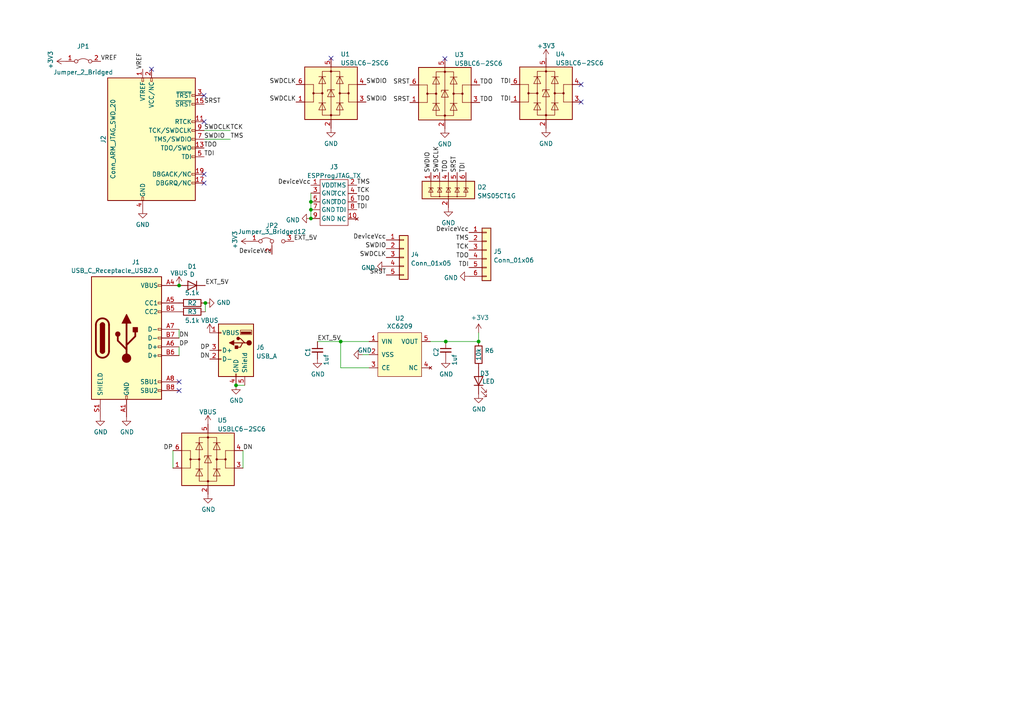
<source format=kicad_sch>
(kicad_sch (version 20211123) (generator eeschema)
  (paper "A4")
  (lib_symbols
    (symbol "Connector:Conn_ARM_JTAG_SWD_20" (pin_names (offset 1.016))
      (property "Reference" "J" (at -5.08 21.59 0))
      (property "Value" "Conn_ARM_JTAG_SWD_20" (at -5.08 19.05 0))
      (symbol "Conn_ARM_JTAG_SWD_20_0_1"
        (rectangle (start -12.7 17.78) (end 12.7 -17.78) (stroke (width 0.254)) (fill (type background)))
        (rectangle (start -2.794 -17.78) (end -2.286 -16.764))
        (rectangle (start -2.794 17.78) (end -2.286 16.764))
        (rectangle (start -0.254 17.78) (end 0.254 16.764))
        (rectangle (start 11.684 2.286) (end 12.7 2.794))
        (rectangle (start 12.7 -12.446) (end 11.684 -12.954))
        (rectangle (start 12.7 -9.906) (end 11.684 -10.414))
        (rectangle (start 12.7 -2.794) (end 11.684 -2.286))
        (rectangle (start 12.7 -0.254) (end 11.684 0.254))
        (rectangle (start 12.7 4.826) (end 11.684 5.334))
        (rectangle (start 12.7 10.414) (end 11.684 9.906))
        (rectangle (start 12.7 12.954) (end 11.684 12.446))
      )
      (symbol "Conn_ARM_JTAG_SWD_20_1_1"
        (rectangle (start 11.684 -5.334) (end 12.7 -4.826))
        (pin power_in line (at -2.54 20.32 270) (length 2.54) (name "VTREF") (number "1"))
        (pin passive line (at -2.54 -20.32 90) (length 2.54) hide (name "GND") (number "10"))
        (pin input line (at 15.24 5.08 180) (length 2.54) (name "RTCK") (number "11"))
        (pin passive line (at -2.54 -20.32 90) (length 2.54) hide (name "GND") (number "12"))
        (pin input line (at 15.24 -2.54 180) (length 2.54) (name "TDO/SWO") (number "13"))
        (pin passive line (at -2.54 -20.32 90) (length 2.54) hide (name "GND") (number "14"))
        (pin bidirectional line (at 15.24 10.16 180) (length 2.54) (name "~{SRST}") (number "15"))
        (pin passive line (at -2.54 -20.32 90) (length 2.54) hide (name "GND") (number "16"))
        (pin output line (at 15.24 -12.7 180) (length 2.54) (name "DBGRQ/NC") (number "17"))
        (pin passive line (at -2.54 -20.32 90) (length 2.54) hide (name "GND") (number "18"))
        (pin input line (at 15.24 -10.16 180) (length 2.54) (name "DBGACK/NC") (number "19"))
        (pin power_in line (at 0 20.32 270) (length 2.54) (name "VCC/NC") (number "2"))
        (pin passive line (at -2.54 -20.32 90) (length 2.54) hide (name "GND") (number "20"))
        (pin output line (at 15.24 12.7 180) (length 2.54) (name "~{TRST}") (number "3"))
        (pin power_in line (at -2.54 -20.32 90) (length 2.54) (name "GND") (number "4"))
        (pin output line (at 15.24 -5.08 180) (length 2.54) (name "TDI") (number "5"))
        (pin passive line (at -2.54 -20.32 90) (length 2.54) hide (name "GND") (number "6"))
        (pin output line (at 15.24 0 180) (length 2.54) (name "TMS/SWDIO") (number "7"))
        (pin passive line (at -2.54 -20.32 90) (length 2.54) hide (name "GND") (number "8"))
        (pin output line (at 15.24 2.54 180) (length 2.54) (name "TCK/SWDCLK") (number "9"))
      )
    )
    (symbol "Connector:USB_A" (pin_names (offset 1.016))
      (property "Reference" "J" (at -5.08 11.43 0))
      (property "Value" "USB_A" (at -5.08 8.89 0))
      (symbol "USB_A_0_1"
        (rectangle (start -5.08 -7.62) (end 5.08 7.62) (stroke (width 0.254)) (fill (type background)))
        (circle (center -3.81 2.159) (radius 0.635) (stroke (width 0.254)) (fill (type outline)))
        (rectangle (start -1.524 4.826) (end -4.318 5.334) (fill (type outline)))
        (rectangle (start -1.27 4.572) (end -4.572 5.842))
        (circle (center -0.635 3.429) (radius 0.381) (stroke (width 0.254)) (fill (type outline)))
        (rectangle (start -0.127 -7.62) (end 0.127 -6.858))
        (polyline (pts (xy -3.175 2.159) (xy -2.54 2.159) (xy -1.27 3.429) (xy -0.635 3.429)) (stroke (width 0.254)))
        (polyline (pts (xy -2.54 2.159) (xy -1.905 2.159) (xy -1.27 0.889) (xy 0 0.889)) (stroke (width 0.254)))
        (polyline (pts (xy 0.635 2.794) (xy 0.635 1.524) (xy 1.905 2.159) (xy 0.635 2.794)) (stroke (width 0.254)) (fill (type outline)))
        (rectangle (start 0.254 1.27) (end -0.508 0.508) (stroke (width 0.254)) (fill (type outline)))
        (rectangle (start 5.08 -2.667) (end 4.318 -2.413))
        (rectangle (start 5.08 -0.127) (end 4.318 0.127))
        (rectangle (start 5.08 4.953) (end 4.318 5.207))
      )
      (symbol "USB_A_1_1"
        (polyline (pts (xy -1.905 2.159) (xy 0.635 2.159)) (stroke (width 0.254)))
        (pin power_in line (at 7.62 5.08 180) (length 2.54) (name "VBUS") (number "1"))
        (pin bidirectional line (at 7.62 -2.54 180) (length 2.54) (name "D-") (number "2"))
        (pin bidirectional line (at 7.62 0 180) (length 2.54) (name "D+") (number "3"))
        (pin power_in line (at 0 -10.16 90) (length 2.54) (name "GND") (number "4"))
        (pin passive line (at -2.54 -10.16 90) (length 2.54) (name "Shield") (number "5"))
      )
    )
    (symbol "Connector:USB_C_Receptacle_USB2.0" (pin_names (offset 1.016))
      (property "Reference" "J" (at -10.16 19.05 0))
      (property "Value" "USB_C_Receptacle_USB2.0" (at 19.05 19.05 0))
      (symbol "USB_C_Receptacle_USB2.0_0_0"
        (rectangle (start -0.254 -17.78) (end 0.254 -16.764))
        (rectangle (start 10.16 -14.986) (end 9.144 -15.494))
        (rectangle (start 10.16 -12.446) (end 9.144 -12.954))
        (rectangle (start 10.16 -4.826) (end 9.144 -5.334))
        (rectangle (start 10.16 -2.286) (end 9.144 -2.794))
        (rectangle (start 10.16 0.254) (end 9.144 -0.254))
        (rectangle (start 10.16 2.794) (end 9.144 2.286))
        (rectangle (start 10.16 7.874) (end 9.144 7.366))
        (rectangle (start 10.16 10.414) (end 9.144 9.906))
        (rectangle (start 10.16 15.494) (end 9.144 14.986))
      )
      (symbol "USB_C_Receptacle_USB2.0_0_1"
        (rectangle (start -10.16 17.78) (end 10.16 -17.78) (stroke (width 0.254)) (fill (type background)))
        (arc (start -8.89 -3.81) (mid -6.985 -5.715) (end -5.08 -3.81) (stroke (width 0.508)))
        (arc (start -7.62 -3.81) (mid -6.985 -4.445) (end -6.35 -3.81) (stroke (width 0.254)))
        (arc (start -7.62 -3.81) (mid -6.985 -4.445) (end -6.35 -3.81) (stroke (width 0.254)) (fill (type outline)))
        (rectangle (start -7.62 -3.81) (end -6.35 3.81) (stroke (width 0.254)) (fill (type outline)))
        (arc (start -6.35 3.81) (mid -6.985 4.445) (end -7.62 3.81) (stroke (width 0.254)))
        (arc (start -6.35 3.81) (mid -6.985 4.445) (end -7.62 3.81) (stroke (width 0.254)) (fill (type outline)))
        (arc (start -5.08 3.81) (mid -6.985 5.715) (end -8.89 3.81) (stroke (width 0.508)))
        (circle (center -2.54 1.143) (radius 0.635) (stroke (width 0.254)) (fill (type outline)))
        (circle (center 0 -5.842) (radius 1.27) (fill (type outline)))
        (polyline (pts (xy -8.89 -3.81) (xy -8.89 3.81)) (stroke (width 0.508)))
        (polyline (pts (xy -5.08 3.81) (xy -5.08 -3.81)) (stroke (width 0.508)))
        (polyline (pts (xy 0 -5.842) (xy 0 4.318)) (stroke (width 0.508)))
        (polyline (pts (xy 0 -3.302) (xy -2.54 -0.762) (xy -2.54 0.508)) (stroke (width 0.508)))
        (polyline (pts (xy 0 -2.032) (xy 2.54 0.508) (xy 2.54 1.778)) (stroke (width 0.508)))
        (polyline (pts (xy -1.27 4.318) (xy 0 6.858) (xy 1.27 4.318) (xy -1.27 4.318)) (stroke (width 0.254)) (fill (type outline)))
        (rectangle (start 1.905 1.778) (end 3.175 3.048) (stroke (width 0.254)) (fill (type outline)))
      )
      (symbol "USB_C_Receptacle_USB2.0_1_1"
        (pin passive line (at 0 -22.86 90) (length 5.08) (name "GND") (number "A1"))
        (pin passive line (at 0 -22.86 90) (length 5.08) hide (name "GND") (number "A12"))
        (pin passive line (at 15.24 15.24 180) (length 5.08) (name "VBUS") (number "A4"))
        (pin bidirectional line (at 15.24 10.16 180) (length 5.08) (name "CC1") (number "A5"))
        (pin bidirectional line (at 15.24 -2.54 180) (length 5.08) (name "D+") (number "A6"))
        (pin bidirectional line (at 15.24 2.54 180) (length 5.08) (name "D-") (number "A7"))
        (pin bidirectional line (at 15.24 -12.7 180) (length 5.08) (name "SBU1") (number "A8"))
        (pin passive line (at 15.24 15.24 180) (length 5.08) hide (name "VBUS") (number "A9"))
        (pin passive line (at 0 -22.86 90) (length 5.08) hide (name "GND") (number "B1"))
        (pin passive line (at 0 -22.86 90) (length 5.08) hide (name "GND") (number "B12"))
        (pin passive line (at 15.24 15.24 180) (length 5.08) hide (name "VBUS") (number "B4"))
        (pin bidirectional line (at 15.24 7.62 180) (length 5.08) (name "CC2") (number "B5"))
        (pin bidirectional line (at 15.24 -5.08 180) (length 5.08) (name "D+") (number "B6"))
        (pin bidirectional line (at 15.24 0 180) (length 5.08) (name "D-") (number "B7"))
        (pin bidirectional line (at 15.24 -15.24 180) (length 5.08) (name "SBU2") (number "B8"))
        (pin passive line (at 15.24 15.24 180) (length 5.08) hide (name "VBUS") (number "B9"))
        (pin passive line (at -7.62 -22.86 90) (length 5.08) (name "SHIELD") (number "S1"))
      )
    )
    (symbol "Connector_Generic:Conn_01x05" (pin_names (offset 1.016) hide)
      (property "Reference" "J" (at 0 7.62 0))
      (property "Value" "Conn_01x05" (at 0 -7.62 0))
      (symbol "Conn_01x05_1_1"
        (rectangle (start -1.27 -4.953) (end 0 -5.207) (stroke (width 0.1524)))
        (rectangle (start -1.27 -2.413) (end 0 -2.667) (stroke (width 0.1524)))
        (rectangle (start -1.27 0.127) (end 0 -0.127) (stroke (width 0.1524)))
        (rectangle (start -1.27 2.667) (end 0 2.413) (stroke (width 0.1524)))
        (rectangle (start -1.27 5.207) (end 0 4.953) (stroke (width 0.1524)))
        (rectangle (start -1.27 6.35) (end 1.27 -6.35) (stroke (width 0.254)) (fill (type background)))
        (pin passive line (at -5.08 5.08 0) (length 3.81) (name "Pin_1") (number "1"))
        (pin passive line (at -5.08 2.54 0) (length 3.81) (name "Pin_2") (number "2"))
        (pin passive line (at -5.08 0 0) (length 3.81) (name "Pin_3") (number "3"))
        (pin passive line (at -5.08 -2.54 0) (length 3.81) (name "Pin_4") (number "4"))
        (pin passive line (at -5.08 -5.08 0) (length 3.81) (name "Pin_5") (number "5"))
      )
    )
    (symbol "Connector_Generic:Conn_01x06" (pin_names (offset 1.016) hide)
      (property "Reference" "J" (at 0 7.62 0))
      (property "Value" "Conn_01x06" (at 0 -10.16 0))
      (symbol "Conn_01x06_1_1"
        (rectangle (start -1.27 -7.493) (end 0 -7.747) (stroke (width 0.1524)))
        (rectangle (start -1.27 -4.953) (end 0 -5.207) (stroke (width 0.1524)))
        (rectangle (start -1.27 -2.413) (end 0 -2.667) (stroke (width 0.1524)))
        (rectangle (start -1.27 0.127) (end 0 -0.127) (stroke (width 0.1524)))
        (rectangle (start -1.27 2.667) (end 0 2.413) (stroke (width 0.1524)))
        (rectangle (start -1.27 5.207) (end 0 4.953) (stroke (width 0.1524)))
        (rectangle (start -1.27 6.35) (end 1.27 -8.89) (stroke (width 0.254)) (fill (type background)))
        (pin passive line (at -5.08 5.08 0) (length 3.81) (name "Pin_1") (number "1"))
        (pin passive line (at -5.08 2.54 0) (length 3.81) (name "Pin_2") (number "2"))
        (pin passive line (at -5.08 0 0) (length 3.81) (name "Pin_3") (number "3"))
        (pin passive line (at -5.08 -2.54 0) (length 3.81) (name "Pin_4") (number "4"))
        (pin passive line (at -5.08 -5.08 0) (length 3.81) (name "Pin_5") (number "5"))
        (pin passive line (at -5.08 -7.62 0) (length 3.81) (name "Pin_6") (number "6"))
      )
    )
    (symbol "Device:C_Small" (pin_numbers hide) (pin_names (offset 0.254) hide)
      (property "Reference" "C" (at 0.254 1.778 0))
      (property "Value" "C_Small" (at 0.254 -2.032 0))
      (symbol "C_Small_0_1"
        (polyline (pts (xy -1.524 -0.508) (xy 1.524 -0.508)) (stroke (width 0.3302)))
        (polyline (pts (xy -1.524 0.508) (xy 1.524 0.508)) (stroke (width 0.3048)))
      )
      (symbol "C_Small_1_1"
        (pin passive line (at 0 2.54 270) (length 2.032) (name "~") (number "1"))
        (pin passive line (at 0 -2.54 90) (length 2.032) (name "~") (number "2"))
      )
    )
    (symbol "Device:D" (pin_numbers hide) (pin_names (offset 1.016) hide)
      (property "Reference" "D" (at 0 2.54 0))
      (property "Value" "D" (at 0 -2.54 0))
      (symbol "D_0_1"
        (polyline (pts (xy -1.27 1.27) (xy -1.27 -1.27)) (stroke (width 0.254)))
        (polyline (pts (xy 1.27 0) (xy -1.27 0)))
        (polyline (pts (xy 1.27 1.27) (xy 1.27 -1.27) (xy -1.27 0) (xy 1.27 1.27)) (stroke (width 0.254)))
      )
      (symbol "D_1_1"
        (pin passive line (at -3.81 0 0) (length 2.54) (name "K") (number "1"))
        (pin passive line (at 3.81 0 180) (length 2.54) (name "A") (number "2"))
      )
    )
    (symbol "Device:LED" (pin_numbers hide) (pin_names (offset 1.016) hide)
      (property "Reference" "D" (at 0 2.54 0))
      (property "Value" "LED" (at 0 -2.54 0))
      (symbol "LED_0_1"
        (polyline (pts (xy -1.27 -1.27) (xy -1.27 1.27)) (stroke (width 0.254)))
        (polyline (pts (xy -1.27 0) (xy 1.27 0)))
        (polyline (pts (xy 1.27 -1.27) (xy 1.27 1.27) (xy -1.27 0) (xy 1.27 -1.27)) (stroke (width 0.254)))
        (polyline (pts (xy -3.048 -0.762) (xy -4.572 -2.286) (xy -3.81 -2.286) (xy -4.572 -2.286) (xy -4.572 -1.524)))
        (polyline (pts (xy -1.778 -0.762) (xy -3.302 -2.286) (xy -2.54 -2.286) (xy -3.302 -2.286) (xy -3.302 -1.524)))
      )
      (symbol "LED_1_1"
        (pin passive line (at -3.81 0 0) (length 2.54) (name "K") (number "1"))
        (pin passive line (at 3.81 0 180) (length 2.54) (name "A") (number "2"))
      )
    )
    (symbol "Device:R" (pin_numbers hide) (pin_names (offset 0))
      (property "Reference" "R" (at 2.032 0 90))
      (property "Value" "R" (at 0 0 90))
      (symbol "R_0_1"
        (rectangle (start -1.016 -2.54) (end 1.016 2.54) (stroke (width 0.254)))
      )
      (symbol "R_1_1"
        (pin passive line (at 0 3.81 270) (length 1.27) (name "~") (number "1"))
        (pin passive line (at 0 -3.81 90) (length 1.27) (name "~") (number "2"))
      )
    )
    (symbol "Jumper:Jumper_2_Bridged" (pin_names (offset 0) hide)
      (property "Reference" "JP" (at 0 1.905 0))
      (property "Value" "Jumper_2_Bridged" (at 0 -2.54 0))
      (symbol "Jumper_2_Bridged_0_0"
        (circle (center -2.032 0) (radius 0.508))
        (circle (center 2.032 0) (radius 0.508))
      )
      (symbol "Jumper_2_Bridged_0_1"
        (arc (start 1.524 0.254) (mid 0 0.762) (end -1.524 0.254))
      )
      (symbol "Jumper_2_Bridged_1_1"
        (pin passive line (at -5.08 0 0) (length 2.54) (name "A") (number "1"))
        (pin passive line (at 5.08 0 180) (length 2.54) (name "B") (number "2"))
      )
    )
    (symbol "Jumper:Jumper_3_Bridged12" (pin_names (offset 0) hide)
      (property "Reference" "JP" (at -2.54 -2.54 0))
      (property "Value" "Jumper_3_Bridged12" (at 0 2.794 0))
      (symbol "Jumper_3_Bridged12_0_0"
        (circle (center -3.302 0) (radius 0.508))
        (circle (center 0 0) (radius 0.508))
        (circle (center 3.302 0) (radius 0.508))
      )
      (symbol "Jumper_3_Bridged12_0_1"
        (arc (start -0.254 0.508) (mid -1.651 0.9912) (end -3.048 0.508))
        (polyline (pts (xy 0 -1.27) (xy 0 -0.508)))
      )
      (symbol "Jumper_3_Bridged12_1_1"
        (pin passive line (at -6.35 0 0) (length 2.54) (name "A") (number "1"))
        (pin passive line (at 0 -3.81 90) (length 2.54) (name "C") (number "2"))
        (pin passive line (at 6.35 0 180) (length 2.54) (name "B") (number "3"))
      )
    )
    (symbol "KisonNew:ESPProgJTAG_TX"
      (property "Reference" "J" (at -0.127 2.032 0))
      (property "Value" "ESPProgJTAG_TX" (at 0 0 0))
      (symbol "ESPProgJTAG_TX_0_1"
        (rectangle (start -3.556 -1.524) (end 4.572 -14.859) (stroke (width 0.1524)))
      )
      (symbol "ESPProgJTAG_TX_1_1"
        (pin power_in line (at -6.223 -3.175 0) (length 2.54) (name "VDD") (number "1"))
        (pin no_connect line (at 7.112 -12.954 180) (length 2.54) (name "NC") (number "10"))
        (pin input line (at 7.112 -3.175 180) (length 2.54) (name "TMS") (number "2"))
        (pin power_in line (at -6.223 -5.461 0) (length 2.54) (name "GND") (number "3"))
        (pin input line (at 7.112 -5.588 180) (length 2.54) (name "TCK") (number "4"))
        (pin power_in line (at -6.223 -8.001 0) (length 2.54) (name "GND") (number "5"))
        (pin input line (at 7.112 -8.001 180) (length 2.54) (name "TDO") (number "6"))
        (pin power_in line (at -6.223 -10.287 0) (length 2.54) (name "GND") (number "7"))
        (pin input line (at 7.112 -10.287 180) (length 2.54) (name "TDI") (number "8"))
        (pin power_in line (at -6.223 -12.827 0) (length 2.54) (name "GND") (number "9"))
      )
    )
    (symbol "Power_Protection:ESDA6V1-5SC6" (pin_names hide)
      (property "Reference" "D" (at -5.08 -3.81 0))
      (property "Value" "ESDA6V1-5SC6" (at 2.54 -3.81 0))
      (symbol "ESDA6V1-5SC6_0_0"
        (pin passive line (at 0 -5.08 90) (length 2.54) (name "GND") (number "2"))
      )
      (symbol "ESDA6V1-5SC6_0_1"
        (rectangle (start -7.62 2.54) (end 7.62 -2.54) (stroke (width 0.254)) (fill (type background)))
        (circle (center -2.54 -1.905) (radius 0.127))
        (circle (center 0 -1.905) (radius 0.127))
        (polyline (pts (xy -2.54 2.54) (xy -2.54 -1.905)))
        (polyline (pts (xy 0 2.54) (xy 0 -2.54)))
        (polyline (pts (xy 2.54 2.54) (xy 2.54 -1.905)))
        (polyline (pts (xy -5.715 0.635) (xy -4.445 0.635) (xy -4.445 0.381)))
        (polyline (pts (xy -3.175 0.635) (xy -1.905 0.635) (xy -1.905 0.381)))
        (polyline (pts (xy -0.635 0.635) (xy 0.635 0.635) (xy 0.635 0.381)))
        (polyline (pts (xy 1.905 0.635) (xy 3.175 0.635) (xy 3.175 0.381)))
        (polyline (pts (xy 4.445 0.635) (xy 5.715 0.635) (xy 5.715 0.381)))
        (polyline (pts (xy -5.715 -0.635) (xy -4.445 -0.635) (xy -5.08 0.635) (xy -5.715 -0.635)))
        (polyline (pts (xy -5.08 2.54) (xy -5.08 -1.905) (xy 5.08 -1.905) (xy 5.08 2.54)))
        (polyline (pts (xy -3.175 -0.635) (xy -1.905 -0.635) (xy -2.54 0.635) (xy -3.175 -0.635)))
        (polyline (pts (xy -0.635 -0.635) (xy 0.635 -0.635) (xy 0 0.635) (xy -0.635 -0.635)))
        (polyline (pts (xy 1.905 -0.635) (xy 3.175 -0.635) (xy 2.54 0.635) (xy 1.905 -0.635)))
        (polyline (pts (xy 4.445 -0.635) (xy 5.715 -0.635) (xy 5.08 0.635) (xy 4.445 -0.635)))
        (circle (center 2.54 -1.905) (radius 0.127))
      )
      (symbol "ESDA6V1-5SC6_1_1"
        (pin passive line (at -5.08 5.08 270) (length 2.54) (name "IO1") (number "1"))
        (pin passive line (at -2.54 5.08 270) (length 2.54) (name "IO2") (number "3"))
        (pin passive line (at 0 5.08 270) (length 2.54) (name "IO3") (number "4"))
        (pin passive line (at 2.54 5.08 270) (length 2.54) (name "IO4") (number "5"))
        (pin passive line (at 5.08 5.08 270) (length 2.54) (name "IO5") (number "6"))
      )
    )
    (symbol "Power_Protection:USBLC6-2SC6" (pin_names hide)
      (property "Reference" "U" (at 2.54 8.89 0))
      (property "Value" "USBLC6-2SC6" (at 2.54 -8.89 0))
      (symbol "USBLC6-2SC6_0_1"
        (rectangle (start -7.62 -7.62) (end 7.62 7.62) (stroke (width 0.254)) (fill (type background)))
        (circle (center -5.08 0) (radius 0.254) (fill (type outline)))
        (circle (center -2.54 0) (radius 0.254) (fill (type outline)))
        (rectangle (start -2.54 6.35) (end 2.54 -6.35))
        (circle (center 0 -6.35) (radius 0.254) (fill (type outline)))
        (polyline (pts (xy -5.08 -2.54) (xy -7.62 -2.54)))
        (polyline (pts (xy -5.08 0) (xy -5.08 -2.54)))
        (polyline (pts (xy -5.08 2.54) (xy -7.62 2.54)))
        (polyline (pts (xy -1.524 -2.794) (xy -3.556 -2.794)))
        (polyline (pts (xy -1.524 4.826) (xy -3.556 4.826)))
        (polyline (pts (xy 0 -7.62) (xy 0 -6.35)))
        (polyline (pts (xy 0 -6.35) (xy 0 1.27)))
        (polyline (pts (xy 0 1.27) (xy 0 6.35)))
        (polyline (pts (xy 0 6.35) (xy 0 7.62)))
        (polyline (pts (xy 1.524 -2.794) (xy 3.556 -2.794)))
        (polyline (pts (xy 1.524 4.826) (xy 3.556 4.826)))
        (polyline (pts (xy 5.08 -2.54) (xy 7.62 -2.54)))
        (polyline (pts (xy 5.08 0) (xy 5.08 -2.54)))
        (polyline (pts (xy 5.08 2.54) (xy 7.62 2.54)))
        (polyline (pts (xy -2.54 0) (xy -5.08 0) (xy -5.08 2.54)))
        (polyline (pts (xy 2.54 0) (xy 5.08 0) (xy 5.08 2.54)))
        (polyline (pts (xy -3.556 -4.826) (xy -1.524 -4.826) (xy -2.54 -2.794) (xy -3.556 -4.826)))
        (polyline (pts (xy -3.556 2.794) (xy -1.524 2.794) (xy -2.54 4.826) (xy -3.556 2.794)))
        (polyline (pts (xy -1.016 -1.016) (xy 1.016 -1.016) (xy 0 1.016) (xy -1.016 -1.016)))
        (polyline (pts (xy 1.016 1.016) (xy 0.762 1.016) (xy -1.016 1.016) (xy -1.016 0.508)))
        (polyline (pts (xy 3.556 -4.826) (xy 1.524 -4.826) (xy 2.54 -2.794) (xy 3.556 -4.826)))
        (polyline (pts (xy 3.556 2.794) (xy 1.524 2.794) (xy 2.54 4.826) (xy 3.556 2.794)))
        (circle (center 0 6.35) (radius 0.254) (fill (type outline)))
        (circle (center 2.54 0) (radius 0.254) (fill (type outline)))
        (circle (center 5.08 0) (radius 0.254) (fill (type outline)))
      )
      (symbol "USBLC6-2SC6_1_1"
        (pin passive line (at -10.16 -2.54 0) (length 2.54) (name "I/O1") (number "1"))
        (pin passive line (at 0 -10.16 90) (length 2.54) (name "GND") (number "2"))
        (pin passive line (at 10.16 -2.54 180) (length 2.54) (name "I/O2") (number "3"))
        (pin passive line (at 10.16 2.54 180) (length 2.54) (name "I/O2") (number "4"))
        (pin passive line (at 0 10.16 270) (length 2.54) (name "VBUS") (number "5"))
        (pin passive line (at -10.16 2.54 0) (length 2.54) (name "I/O1") (number "6"))
      )
    )
    (symbol "open-Smartwatch:XC6209" (pin_names (offset 1.016))
      (property "Reference" "U" (at 0 7.62 0))
      (property "Value" "XC6209" (at 0 -7.62 0))
      (symbol "XC6209_0_1"
        (rectangle (start -6.35 6.35) (end 6.35 -6.35) (fill (type background)))
      )
      (symbol "XC6209_1_1"
        (pin power_in line (at -8.89 3.81 0) (length 2.54) (name "VIN") (number "1"))
        (pin power_in line (at -8.89 0 0) (length 2.54) (name "VSS") (number "2"))
        (pin input line (at -8.89 -3.81 0) (length 2.54) (name "CE") (number "3"))
        (pin no_connect line (at 8.89 -3.81 180) (length 2.54) (name "NC") (number "4"))
        (pin power_out line (at 8.89 3.81 180) (length 2.54) (name "VOUT") (number "5"))
      )
    )
    (symbol "power:+3V3" (power) (pin_names (offset 0))
      (property "Value" "+3V3" (at 0 3.556 0))
      (symbol "+3V3_0_1"
        (polyline (pts (xy -0.762 1.27) (xy 0 2.54)))
        (polyline (pts (xy 0 0) (xy 0 2.54)))
        (polyline (pts (xy 0 2.54) (xy 0.762 1.27)))
      )
      (symbol "+3V3_1_1"
        (pin power_in line (at 0 0 90) (length 0) hide (name "+3V3") (number "1"))
      )
    )
    (symbol "power:GND" (power) (pin_names (offset 0))
      (property "Value" "GND" (at 0 -3.81 0))
      (symbol "GND_0_1"
        (polyline (pts (xy 0 0) (xy 0 -1.27) (xy 1.27 -1.27) (xy 0 -2.54) (xy -1.27 -1.27) (xy 0 -1.27)))
      )
      (symbol "GND_1_1"
        (pin power_in line (at 0 0 270) (length 0) hide (name "GND") (number "1"))
      )
    )
    (symbol "power:VBUS" (power) (pin_names (offset 0))
      (property "Value" "VBUS" (at 0 3.81 0))
      (symbol "VBUS_0_1"
        (polyline (pts (xy -0.762 1.27) (xy 0 2.54)))
        (polyline (pts (xy 0 0) (xy 0 2.54)))
        (polyline (pts (xy 0 2.54) (xy 0.762 1.27)))
      )
      (symbol "VBUS_1_1"
        (pin power_in line (at 0 0 90) (length 0) hide (name "VBUS") (number "1"))
      )
    )
  )
  (junction (at 129.286 99.06))
  (junction (at 51.943 82.804))
  (junction (at 138.811 99.06))
  (junction (at 59.563 87.884))
  (junction (at 98.806 99.06))
  (junction (at 68.453 111.76))
  (junction (at 90.17 60.833))
  (junction (at 90.17 63.373))
  (junction (at 90.17 58.547))
  (no_connect (at 51.943 110.744))
  (no_connect (at 51.943 113.284))
  (no_connect (at 59.182 27.686))
  (no_connect (at 43.942 20.066))
  (no_connect (at 96.012 16.891))
  (no_connect (at 168.529 24.511))
  (no_connect (at 168.529 29.591))
  (no_connect (at 129.032 17.018))
  (no_connect (at 59.182 50.546))
  (no_connect (at 59.182 53.086))
  (no_connect (at 59.182 35.306))
  (wire (pts (xy 138.811 96.52) (xy 138.811 99.06)))
  (wire (pts (xy 50.165 130.683) (xy 50.165 135.763)))
  (wire (pts (xy 51.943 95.504) (xy 51.943 98.044)))
  (wire (pts (xy 90.17 56.007) (xy 90.17 58.547)))
  (wire (pts (xy 105.156 102.87) (xy 107.061 102.87)))
  (wire (pts (xy 90.17 58.547) (xy 90.17 60.833)))
  (wire (pts (xy 98.806 99.06) (xy 98.806 106.68)))
  (wire (pts (xy 129.286 99.06) (xy 138.811 99.06)))
  (wire (pts (xy 90.17 60.833) (xy 90.17 63.373)))
  (wire (pts (xy 59.563 87.884) (xy 59.563 90.424)))
  (wire (pts (xy 51.943 100.584) (xy 51.943 103.124)))
  (wire (pts (xy 107.061 106.68) (xy 98.806 106.68)))
  (wire (pts (xy 70.485 130.683) (xy 70.485 135.763)))
  (wire (pts (xy 92.075 99.06) (xy 98.806 99.06)))
  (wire (pts (xy 124.841 99.06) (xy 129.286 99.06)))
  (wire (pts (xy 59.182 40.386) (xy 66.802 40.386)))
  (wire (pts (xy 59.182 37.846) (xy 66.802 37.846)))
  (wire (pts (xy 98.806 99.06) (xy 107.061 99.06)))
  (wire (pts (xy 68.453 111.76) (xy 70.993 111.76)))
  (label "DN" (at 51.943 98.044 0))
  (label "SWDCLK" (at 85.852 29.591 180))
  (label "VREF" (at 41.402 20.066 90))
  (label "TMS" (at 136.017 69.977 180))
  (label "TDO" (at 139.192 29.718 0))
  (label "TMS" (at 103.505 53.721 0))
  (label "DN" (at 70.485 130.683 0))
  (label "TDI" (at 148.209 29.591 180))
  (label "DeviceVcc" (at 78.867 73.787 180))
  (label "SRST" (at 118.872 29.718 180))
  (label "VREF" (at 29.21 17.78 0))
  (label "SRST" (at 112.014 79.756 180))
  (label "TDO" (at 136.017 75.057 180))
  (label "DeviceVcc" (at 90.17 53.721 180))
  (label "SWDCLK" (at 127.508 50.038 90))
  (label "TDO" (at 130.048 50.038 90))
  (label "TDO" (at 103.505 58.547 0))
  (label "SWDCLK" (at 59.182 37.846 0))
  (label "TCK" (at 136.017 72.517 180))
  (label "SRST" (at 59.182 30.226 0))
  (label "TCK" (at 103.505 56.134 0))
  (label "TDI" (at 136.017 77.597 180))
  (label "TDI" (at 103.505 60.833 0))
  (label "SWDIO" (at 106.172 29.591 0))
  (label "DP" (at 50.165 130.683 180))
  (label "DeviceVcc" (at 112.014 69.596 180))
  (label "TDI" (at 148.209 24.511 180))
  (label "TDO" (at 139.192 24.638 0))
  (label "SWDIO" (at 106.172 24.511 0))
  (label "SWDIO" (at 124.968 50.038 90))
  (label "TDI" (at 135.128 50.038 90))
  (label "SRST" (at 118.872 24.638 180))
  (label "TDO" (at 59.182 42.926 0))
  (label "EXT_5V" (at 85.217 69.977 0))
  (label "TDI" (at 59.182 45.466 0))
  (label "DN" (at 60.833 104.14 180))
  (label "SWDIO" (at 112.014 72.136 180))
  (label "EXT_5V" (at 59.563 82.804 0))
  (label "TCK" (at 66.802 37.846 0))
  (label "DP" (at 51.943 100.584 0))
  (label "SWDCLK" (at 112.014 74.676 180))
  (label "SWDIO" (at 59.182 40.386 0))
  (label "DeviceVcc" (at 136.017 67.437 180))
  (label "TMS" (at 66.802 40.386 0))
  (label "DP" (at 60.833 101.6 180))
  (label "EXT_5V" (at 92.075 99.06 0))
  (label "SWDCLK" (at 85.852 24.511 180))
  (label "SRST" (at 132.588 50.038 90))
  (symbol (lib_id "power:GND") (at 68.453 111.76 0) (unit 1)
    (property "Reference" "#PWR0122" (effects hide))
    (property "Value" "GND" (at 68.58 116.1542 0))
  )
  (symbol (lib_id "power:VBUS") (at 51.943 82.804 0) (unit 1)
    (property "Reference" "#PWR0102" (effects hide))
    (property "Value" "VBUS" (at 51.943 79.2282 0))
  )
  (symbol (lib_id "power:GND") (at 60.325 143.383 0) (unit 1)
    (property "Reference" "#PWR0124" (effects hide))
    (property "Value" "GND" (at 60.452 147.7772 0))
  )
  (symbol (lib_id "Power_Protection:USBLC6-2SC6") (at 158.369 27.051 0) (unit 1)
    (property "Reference" "U4" (at 161.1377 15.7312 0) (effects (justify left)))
    (property "Value" "USBLC6-2SC6" (at 161.1377 18.2681 0) (effects (justify left)))
    (property "Footprint" "KisonCommon:USBLC6-2P6-SOT666" (effects hide))
    (property "Datasheet" "https://www.st.com/resource/en/datasheet/usblc6-2.pdf" (effects hide))
    (property "LCSC" "C2827654" (effects hide))
  )
  (symbol (lib_id "Connector:USB_A") (at 68.453 101.6 0) (mirror y) (unit 1)
    (property "Reference" "J6" (at 74.295 100.7653 0) (effects (justify right)))
    (property "Value" "USB_A" (at 74.295 103.3022 0) (effects (justify right)))
    (property "Footprint" "Connector_USB:USB_A_CONNFLY_DS1095-WNR0" (effects hide))
    (property "Datasheet" " ~" (effects hide))
    (property "LCSC" "C2345" (effects hide))
  )
  (symbol (lib_id "power:GND") (at 112.014 77.216 270) (unit 1)
    (property "Reference" "#PWR0120" (effects hide))
    (property "Value" "GND" (at 108.8391 77.6498 90) (effects (justify right)))
  )
  (symbol (lib_id "power:GND") (at 36.703 120.904 0) (unit 1)
    (property "Reference" "#PWR0107" (effects hide))
    (property "Value" "GND" (at 36.83 125.2982 0))
  )
  (symbol (lib_id "Device:D") (at 55.753 82.804 0) (mirror y) (unit 1)
    (property "Reference" "D1" (at 55.753 77.2922 0))
    (property "Value" "D" (at 55.753 79.6036 0))
    (property "Footprint" "KisonNew:C8678" (effects hide))
    (property "LCSC" "C8678" (effects hide))
  )
  (symbol (lib_id "Connector:USB_C_Receptacle_USB2.0") (at 36.703 98.044 0) (unit 1)
    (property "Reference" "J1" (at 39.4208 76.0222 0))
    (property "Value" "USB_C_Receptacle_USB2.0" (at 33.274 78.486 0))
    (property "Footprint" "Connector_USB:USB_C_Receptacle_HRO_TYPE-C-31-M-12" (effects hide))
    (property "Datasheet" "https://www.usb.org/sites/default/files/documents/usb_type-c.zip" (effects hide))
    (property "LCSC" "C165948" (effects hide))
  )
  (symbol (lib_id "Device:C_Small") (at 129.286 101.6 0) (unit 1)
    (property "Reference" "C2" (at 126.492 103.505 90) (effects (justify left)))
    (property "Value" "1uf" (at 131.826 106.045 90) (effects (justify left)))
    (property "Footprint" "Capacitor_SMD:C_0603_1608Metric" (effects hide))
  )
  (symbol (lib_id "power:GND") (at 136.017 80.137 270) (unit 1)
    (property "Reference" "#PWR0121" (effects hide))
    (property "Value" "GND" (at 132.8421 80.5708 90) (effects (justify right)))
  )
  (symbol (lib_id "Jumper:Jumper_2_Bridged") (at 24.13 17.78 0) (unit 1)
    (property "Reference" "JP1" (at 24.13 13.4452 0))
    (property "Value" "Jumper_2_Bridged" (at 24.13 20.955 0))
    (property "Footprint" "Connector_PinHeader_2.54mm:PinHeader_1x02_P2.54mm_Vertical" (effects hide))
    (property "LCSC" "6209" (effects hide))
  )
  (symbol (lib_id "Connector_Generic:Conn_01x06") (at 141.097 72.517 0) (unit 1)
    (property "Reference" "J5" (at 143.129 72.9523 0) (effects (justify left)))
    (property "Value" "Conn_01x06" (at 143.129 75.4892 0) (effects (justify left)))
    (property "Footprint" "Connector_PinHeader_2.54mm:PinHeader_1x06_P2.54mm_Vertical" (effects hide))
  )
  (symbol (lib_id "power:+3V3") (at 138.811 96.52 0) (unit 1)
    (property "Reference" "#PWR0109" (effects hide))
    (property "Value" "+3V3" (at 139.192 92.1258 0))
  )
  (symbol (lib_id "power:GND") (at 41.402 60.706 0) (unit 1)
    (property "Reference" "#PWR0105" (effects hide))
    (property "Value" "GND" (at 41.402 65.1494 0))
  )
  (symbol (lib_id "power:GND") (at 129.286 104.14 0) (unit 1)
    (property "Reference" "#PWR0112" (effects hide))
    (property "Value" "GND" (at 129.413 108.5342 0))
  )
  (symbol (lib_id "Power_Protection:USBLC6-2SC6") (at 60.325 133.223 0) (unit 1)
    (property "Reference" "U5" (at 63.0937 121.9032 0) (effects (justify left)))
    (property "Value" "USBLC6-2SC6" (at 63.0937 124.4401 0) (effects (justify left)))
    (property "Footprint" "KisonCommon:USBLC6-2P6-SOT666" (effects hide))
    (property "Datasheet" "https://www.st.com/resource/en/datasheet/usblc6-2.pdf" (effects hide))
    (property "LCSC" "C2827654" (effects hide))
  )
  (symbol (lib_id "power:GND") (at 92.075 104.14 0) (unit 1)
    (property "Reference" "#PWR0108" (effects hide))
    (property "Value" "GND" (at 92.202 108.5342 0))
  )
  (symbol (lib_id "power:GND") (at 29.083 120.904 0) (unit 1)
    (property "Reference" "#PWR0106" (effects hide))
    (property "Value" "GND" (at 29.21 125.2982 0))
  )
  (symbol (lib_id "Connector_Generic:Conn_01x05") (at 117.094 74.676 0) (unit 1)
    (property "Reference" "J4" (at 119.126 73.8413 0) (effects (justify left)))
    (property "Value" "Conn_01x05" (at 119.126 76.3782 0) (effects (justify left)))
    (property "Footprint" "Connector_PinHeader_2.54mm:PinHeader_1x05_P2.54mm_Vertical" (effects hide))
  )
  (symbol (lib_id "power:GND") (at 105.156 102.87 270) (unit 1)
    (property "Reference" "#PWR0110" (effects hide))
    (property "Value" "GND" (at 105.791 101.6 90))
  )
  (symbol (lib_id "power:GND") (at 158.369 37.211 0) (unit 1)
    (property "Reference" "#PWR0117" (effects hide))
    (property "Value" "GND" (at 158.369 41.6544 0))
  )
  (symbol (lib_id "power:GND") (at 59.563 87.884 90) (unit 1)
    (property "Reference" "#PWR0104" (effects hide))
    (property "Value" "GND" (at 62.8142 87.757 90) (effects (justify right)))
  )
  (symbol (lib_id "power:+3V3") (at 158.369 16.891 0) (unit 1)
    (property "Reference" "#PWR0116" (effects hide))
    (property "Value" "+3V3" (at 158.369 13.3152 0))
  )
  (symbol (lib_id "open-Smartwatch:XC6209") (at 115.951 102.87 0) (unit 1)
    (property "Reference" "U2" (at 115.951 92.329 0))
    (property "Value" "XC6209" (at 115.951 94.6404 0))
    (property "Footprint" "Package_TO_SOT_SMD:SOT-23-5" (effects hide))
    (property "LCSC" "C216624" (effects hide))
  )
  (symbol (lib_id "power:+3V3") (at 72.517 69.977 90) (unit 1)
    (property "Reference" "#PWR0118" (effects hide))
    (property "Value" "+3V3" (at 68.1228 69.596 0))
  )
  (symbol (lib_id "Jumper:Jumper_3_Bridged12") (at 78.867 69.977 0) (unit 1)
    (property "Reference" "JP2" (at 78.867 65.413 0))
    (property "Value" "Jumper_3_Bridged12" (at 78.867 67.183 0))
    (property "Footprint" "Connector_PinHeader_2.54mm:PinHeader_1x03_P2.54mm_Vertical" (effects hide))
  )
  (symbol (lib_id "power:VBUS") (at 60.325 123.063 0) (unit 1)
    (property "Reference" "#PWR0123" (effects hide))
    (property "Value" "VBUS" (at 60.325 119.4872 0))
  )
  (symbol (lib_id "Device:R") (at 55.753 90.424 270) (unit 1)
    (property "Reference" "R3" (at 55.753 90.424 90))
    (property "Value" "5.1k" (at 55.753 92.964 90))
    (property "Footprint" "Resistor_SMD:R_0603_1608Metric" (effects hide))
    (property "LCSC" "C325524" (effects hide))
  )
  (symbol (lib_id "Connector:Conn_ARM_JTAG_SWD_20") (at 43.942 40.386 0) (unit 1)
    (property "Reference" "J2" (at 29.972 39.243 90) (effects (justify right)))
    (property "Value" "Conn_ARM_JTAG_SWD_20" (at 32.766 28.702 90) (effects (justify right)))
    (property "Footprint" "Connector_PinHeader_2.54mm:PinHeader_2x10_P2.54mm_Vertical" (effects hide))
    (property "Datasheet" "http://infocenter.arm.com/help/topic/com.arm.doc.dui0499b/DUI0499B_system_design_reference.pdf" (effects hide))
  )
  (symbol (lib_id "power:+3V3") (at 19.05 17.78 90) (unit 1)
    (property "Reference" "#PWR0101" (effects hide))
    (property "Value" "+3V3" (at 14.6558 17.399 0))
  )
  (symbol (lib_id "power:GND") (at 96.012 37.211 0) (unit 1)
    (property "Reference" "#PWR0103" (effects hide))
    (property "Value" "GND" (at 96.012 41.6544 0))
  )
  (symbol (lib_id "Power_Protection:USBLC6-2SC6") (at 129.032 27.178 0) (unit 1)
    (property "Reference" "U3" (at 131.8007 15.8582 0) (effects (justify left)))
    (property "Value" "USBLC6-2SC6" (at 131.8007 18.3951 0) (effects (justify left)))
    (property "Footprint" "KisonCommon:USBLC6-2P6-SOT666" (effects hide))
    (property "Datasheet" "https://www.st.com/resource/en/datasheet/usblc6-2.pdf" (effects hide))
    (property "LCSC" "C2827654" (effects hide))
  )
  (symbol (lib_id "power:GND") (at 130.048 60.198 0) (unit 1)
    (property "Reference" "#PWR0113" (effects hide))
    (property "Value" "GND" (at 130.048 64.6414 0))
  )
  (symbol (lib_id "power:VBUS") (at 60.833 96.52 0) (unit 1)
    (property "Reference" "#PWR0115" (effects hide))
    (property "Value" "VBUS" (at 60.833 92.9442 0))
  )
  (symbol (lib_id "Device:LED") (at 138.811 110.49 90) (unit 1)
    (property "Reference" "D3" (at 139.192 108.331 90) (effects (justify right)))
    (property "Value" "LED" (at 139.827 110.617 90) (effects (justify right)))
    (property "Footprint" "LED_SMD:LED_0603_1608Metric" (effects hide))
    (property "LCSC" "C181863" (effects hide))
  )
  (symbol (lib_id "Device:R") (at 55.753 87.884 270) (unit 1)
    (property "Reference" "R2" (at 55.753 87.884 90))
    (property "Value" "5.1k" (at 55.753 84.9376 90))
    (property "Footprint" "Resistor_SMD:R_0603_1608Metric" (effects hide))
    (property "LCSC" "C325524" (effects hide))
  )
  (symbol (lib_id "Power_Protection:ESDA6V1-5SC6") (at 130.048 55.118 0) (unit 1)
    (property "Reference" "D2" (at 138.43 54.2833 0) (effects (justify left)))
    (property "Value" "SMS05CT1G" (at 138.43 56.8202 0) (effects (justify left)))
    (property "Footprint" "Package_TO_SOT_SMD:SOT-23-6" (effects hide))
    (property "Datasheet" "www.st.com/resource/en/datasheet/esda6v1-5sc6.pdf" (effects hide))
  )
  (symbol (lib_id "Device:R") (at 138.811 102.87 0) (unit 1)
    (property "Reference" "R6" (at 140.589 101.7016 0) (effects (justify left)))
    (property "Value" "10k" (at 138.811 104.648 90) (effects (justify left)))
    (property "Footprint" "Resistor_SMD:R_0603_1608Metric" (effects hide))
  )
  (symbol (lib_id "power:GND") (at 129.032 37.338 0) (unit 1)
    (property "Reference" "#PWR0114" (effects hide))
    (property "Value" "GND" (at 129.032 41.7814 0))
  )
  (symbol (lib_id "KisonNew:ESPProgJTAG_TX") (at 96.393 50.546 0) (unit 1)
    (property "Reference" "J3" (at 96.8756 48.421 0))
    (property "Value" "ESPProgJTAG_TX" (at 96.8756 50.9579 0))
    (property "Footprint" "KisonNew:IDC_1.27mm_10P" (effects hide))
  )
  (symbol (lib_id "power:GND") (at 138.811 114.3 0) (unit 1)
    (property "Reference" "#PWR0111" (effects hide))
    (property "Value" "GND" (at 138.938 118.6942 0))
  )
  (symbol (lib_id "power:GND") (at 90.17 63.373 270) (unit 1)
    (property "Reference" "#PWR0119" (effects hide))
    (property "Value" "GND" (at 86.9951 63.8068 90) (effects (justify right)))
  )
  (symbol (lib_id "Power_Protection:USBLC6-2SC6") (at 96.012 27.051 0) (unit 1)
    (property "Reference" "U1" (at 98.7807 15.7312 0) (effects (justify left)))
    (property "Value" "USBLC6-2SC6" (at 98.7807 18.2681 0) (effects (justify left)))
    (property "Footprint" "KisonCommon:USBLC6-2P6-SOT666" (effects hide))
    (property "Datasheet" "https://www.st.com/resource/en/datasheet/usblc6-2.pdf" (effects hide))
    (property "LCSC" "C2827654" (effects hide))
  )
  (symbol (lib_id "Device:C_Small") (at 92.075 101.6 0) (unit 1)
    (property "Reference" "C1" (at 89.281 103.505 90) (effects (justify left)))
    (property "Value" "1uf" (at 94.615 106.045 90) (effects (justify left)))
    (property "Footprint" "Capacitor_SMD:C_0603_1608Metric" (effects hide))
  )
)
</source>
